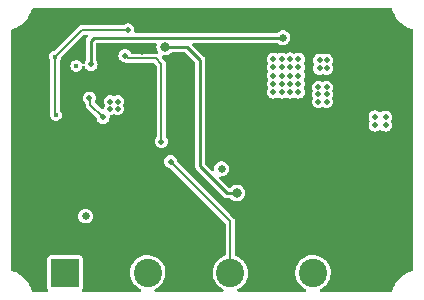
<source format=gbr>
%TF.GenerationSoftware,KiCad,Pcbnew,6.0.11+dfsg-1~bpo11+1*%
%TF.CreationDate,2023-08-28T18:41:00-05:00*%
%TF.ProjectId,Gauntl33tVoltageRegulator,4761756e-746c-4333-9374-566f6c746167,rev?*%
%TF.SameCoordinates,Original*%
%TF.FileFunction,Copper,L3,Inr*%
%TF.FilePolarity,Positive*%
%FSLAX46Y46*%
G04 Gerber Fmt 4.6, Leading zero omitted, Abs format (unit mm)*
G04 Created by KiCad (PCBNEW 6.0.11+dfsg-1~bpo11+1) date 2023-08-28 18:41:00*
%MOMM*%
%LPD*%
G01*
G04 APERTURE LIST*
%TA.AperFunction,ComponentPad*%
%ADD10R,2.400000X2.400000*%
%TD*%
%TA.AperFunction,ComponentPad*%
%ADD11C,2.400000*%
%TD*%
%TA.AperFunction,ViaPad*%
%ADD12C,0.800000*%
%TD*%
%TA.AperFunction,ViaPad*%
%ADD13C,0.650000*%
%TD*%
%TA.AperFunction,ViaPad*%
%ADD14C,0.500000*%
%TD*%
%TA.AperFunction,ViaPad*%
%ADD15C,0.400000*%
%TD*%
%TA.AperFunction,Conductor*%
%ADD16C,0.250000*%
%TD*%
%TA.AperFunction,Conductor*%
%ADD17C,0.200000*%
%TD*%
G04 APERTURE END LIST*
D10*
%TO.N,Net-(F2-Pad1)*%
%TO.C,J1*%
X122050000Y-128900000D03*
D11*
%TO.N,GND*%
X125550000Y-128900000D03*
%TO.N,Net-(F1-Pad1)*%
X129050000Y-128900000D03*
%TO.N,GND*%
X132550000Y-128900000D03*
%TO.N,Net-(J1-Pad5)*%
X136050000Y-128900000D03*
%TO.N,GND*%
X139550000Y-128900000D03*
%TO.N,/5V*%
X143050000Y-128900000D03*
%TO.N,GND*%
X146550000Y-128900000D03*
%TD*%
D12*
%TO.N,/5V*%
X130500000Y-109800000D03*
X136600000Y-122162500D03*
D13*
%TO.N,/+20V*%
X123800000Y-124100000D03*
D14*
X126500000Y-114400000D03*
D13*
X135300000Y-120100000D03*
D14*
X125265498Y-115734502D03*
X126500000Y-115000000D03*
X125900000Y-115000000D03*
X125900000Y-114400000D03*
X124100000Y-114100000D03*
D15*
%TO.N,/5V*%
X123005000Y-111390000D03*
D14*
%TO.N,GND*%
X134700000Y-118500000D03*
X150100000Y-122800000D03*
X126500000Y-112500000D03*
X132400000Y-118900000D03*
X128000000Y-122400000D03*
X146000000Y-112100000D03*
X128700000Y-121700000D03*
X150100000Y-123400000D03*
X145000000Y-121600000D03*
X128000000Y-118600000D03*
X128700000Y-120000000D03*
X146700000Y-114500000D03*
X146600000Y-110900000D03*
X127262000Y-112760000D03*
X150700000Y-121600000D03*
X150700000Y-122800000D03*
X118800000Y-109300000D03*
X127900000Y-113400000D03*
X146000000Y-114500000D03*
X145400000Y-113300000D03*
X126500000Y-113500000D03*
X145600000Y-121000000D03*
X145000000Y-122200000D03*
X145000000Y-119800000D03*
X129400000Y-122400000D03*
X140100000Y-122000000D03*
X129400000Y-120700000D03*
X129400000Y-120000000D03*
X125900000Y-112500000D03*
X132400000Y-119600000D03*
X139700000Y-124400000D03*
X127900000Y-114600000D03*
X145400000Y-114500000D03*
X146000000Y-113900000D03*
X150700000Y-123400000D03*
X127900000Y-115200000D03*
X138200000Y-122100000D03*
X128600000Y-110200000D03*
X125900000Y-113500000D03*
X146000000Y-110900000D03*
X128700000Y-122400000D03*
X145600000Y-122200000D03*
X129400000Y-119300000D03*
X129400000Y-121700000D03*
X145600000Y-120400000D03*
X150700000Y-118600000D03*
X120100000Y-113300000D03*
X145000000Y-121000000D03*
X122300000Y-110600000D03*
X137000000Y-124500000D03*
X134700000Y-119200000D03*
X145600000Y-119800000D03*
X128000000Y-121700000D03*
X125900000Y-113000000D03*
X128700000Y-120700000D03*
X145000000Y-119200000D03*
X127900000Y-114000000D03*
X128000000Y-120000000D03*
X140100000Y-120200000D03*
X129400000Y-118600000D03*
X139000000Y-122100000D03*
X146600000Y-111500000D03*
X146600000Y-113900000D03*
X128000000Y-120700000D03*
X136000000Y-123200000D03*
X146000000Y-113300000D03*
X145000000Y-118600000D03*
X150700000Y-119200000D03*
X136300000Y-124000000D03*
X128000000Y-123100000D03*
X146600000Y-112100000D03*
X143100000Y-124400000D03*
X128700000Y-118600000D03*
X132100000Y-122300000D03*
X124200000Y-106800000D03*
X132100000Y-123000000D03*
X146000000Y-111500000D03*
X127300000Y-114000000D03*
X146600000Y-113300000D03*
X145000000Y-120400000D03*
X150700000Y-120400000D03*
X145600000Y-118600000D03*
X127300000Y-115200000D03*
D12*
X119000000Y-129000000D03*
D14*
X129400000Y-123100000D03*
X128700000Y-123100000D03*
X145600000Y-122800000D03*
X145400000Y-110900000D03*
X145000000Y-123400000D03*
X145400000Y-113900000D03*
X145400000Y-112100000D03*
X122600000Y-107900000D03*
D12*
X118000000Y-128000000D03*
D14*
X127300000Y-114600000D03*
X122200000Y-114000000D03*
X128700000Y-119300000D03*
X128000000Y-119300000D03*
X145400000Y-111500000D03*
X150700000Y-122200000D03*
X150700000Y-121000000D03*
X121800000Y-116900000D03*
X150700000Y-119800000D03*
X127300000Y-113400000D03*
X145600000Y-121600000D03*
X145600000Y-119200000D03*
X126500000Y-113000000D03*
X145000000Y-122800000D03*
%TO.N,/PGOOD*%
X130200000Y-117800000D03*
X127121588Y-110521588D03*
D15*
%TO.N,/5V*%
X121215000Y-110610000D03*
X121275000Y-115520000D03*
D14*
X127367500Y-108332061D03*
%TO.N,/Vreg*%
X141100000Y-113600000D03*
X139700000Y-113600000D03*
X139700000Y-112200000D03*
X141800000Y-113600000D03*
X143600000Y-110900000D03*
X140400000Y-112900000D03*
X140400000Y-110800000D03*
X141800000Y-110800000D03*
X139700000Y-110800000D03*
X141800000Y-112900000D03*
X140400000Y-111500000D03*
X141800000Y-112200000D03*
X144200000Y-114400000D03*
X143500000Y-114400000D03*
X141100000Y-111500000D03*
X143500000Y-113200000D03*
D13*
X140500000Y-109000000D03*
D14*
X139700000Y-111500000D03*
X143600000Y-111600000D03*
X144200000Y-110900000D03*
X140400000Y-113600000D03*
X124246000Y-111254000D03*
X144200000Y-113200000D03*
X143500000Y-113800000D03*
X144200000Y-111600000D03*
X144200000Y-113800000D03*
X140400000Y-112200000D03*
X141100000Y-110800000D03*
X139700000Y-112900000D03*
X141100000Y-112900000D03*
X141100000Y-112200000D03*
X141800000Y-111500000D03*
%TO.N,Net-(F1-Pad1)*%
X149200000Y-115700000D03*
X148300000Y-116400000D03*
X149200000Y-116400000D03*
X148300000Y-115700000D03*
%TO.N,Net-(J1-Pad5)*%
X131000000Y-119500000D03*
%TD*%
D16*
%TO.N,/5V*%
X132400000Y-109800000D02*
X130500000Y-109800000D01*
X136600000Y-122162500D02*
X135762500Y-122162500D01*
X133500000Y-119900000D02*
X133500000Y-110900000D01*
X135762500Y-122162500D02*
X133500000Y-119900000D01*
X132800000Y-110200000D02*
X132400000Y-109800000D01*
X133500000Y-110900000D02*
X132800000Y-110200000D01*
D17*
%TO.N,/+20V*%
X124200000Y-114669004D02*
X125265498Y-115734502D01*
X124200000Y-114000000D02*
X124200000Y-114669004D01*
%TO.N,/PGOOD*%
X130200000Y-111200000D02*
X130200000Y-117800000D01*
X127350000Y-110750000D02*
X129750000Y-110750000D01*
X129750000Y-110750000D02*
X130200000Y-111200000D01*
X127121588Y-110521588D02*
X127350000Y-110750000D01*
%TO.N,/5V*%
X121215000Y-115460000D02*
X121275000Y-115520000D01*
X121215000Y-110610000D02*
X121215000Y-115460000D01*
X123492939Y-108332061D02*
X121215000Y-110610000D01*
X127367500Y-108332061D02*
X123492939Y-108332061D01*
D16*
%TO.N,/Vreg*%
X124500000Y-109000000D02*
X124223161Y-109276839D01*
X140500000Y-109000000D02*
X124500000Y-109000000D01*
X124223161Y-109276839D02*
X124223161Y-111238880D01*
D17*
%TO.N,Net-(J1-Pad5)*%
X131000000Y-119500000D02*
X136050000Y-124550000D01*
X136050000Y-124550000D02*
X136050000Y-128900000D01*
%TD*%
%TA.AperFunction,Conductor*%
%TO.N,GND*%
G36*
X149721610Y-106520002D02*
G01*
X149768103Y-106573658D01*
X149773784Y-106588515D01*
X149845063Y-106817260D01*
X149959285Y-107071050D01*
X150103265Y-107309222D01*
X150105606Y-107312210D01*
X150105608Y-107312213D01*
X150272551Y-107525299D01*
X150274904Y-107528302D01*
X150471698Y-107725096D01*
X150474698Y-107727447D01*
X150474701Y-107727449D01*
X150628624Y-107848040D01*
X150690778Y-107896735D01*
X150694032Y-107898702D01*
X150925689Y-108038744D01*
X150925693Y-108038746D01*
X150928950Y-108040715D01*
X150959437Y-108054436D01*
X151179264Y-108153373D01*
X151179270Y-108153375D01*
X151182740Y-108154937D01*
X151186376Y-108156070D01*
X151411485Y-108226216D01*
X151470571Y-108265578D01*
X151498996Y-108330636D01*
X151500000Y-108346511D01*
X151500000Y-128653489D01*
X151479998Y-128721610D01*
X151426342Y-128768103D01*
X151411485Y-128773784D01*
X151182740Y-128845063D01*
X151179270Y-128846625D01*
X151179264Y-128846627D01*
X151142410Y-128863214D01*
X150928950Y-128959285D01*
X150925693Y-128961254D01*
X150925689Y-128961256D01*
X150773950Y-129052986D01*
X150690778Y-129103265D01*
X150687790Y-129105606D01*
X150687787Y-129105608D01*
X150474701Y-129272551D01*
X150471698Y-129274904D01*
X150274904Y-129471698D01*
X150272553Y-129474698D01*
X150272551Y-129474701D01*
X150115264Y-129675463D01*
X150103265Y-129690778D01*
X150101298Y-129694032D01*
X149989188Y-129879485D01*
X149959285Y-129928950D01*
X149906446Y-130046353D01*
X149846750Y-130178992D01*
X149845063Y-130182740D01*
X149814461Y-130280945D01*
X149773784Y-130411485D01*
X149734422Y-130470571D01*
X149669364Y-130498996D01*
X149653489Y-130500000D01*
X143738475Y-130500000D01*
X143670354Y-130479998D01*
X143623861Y-130426342D01*
X143613757Y-130356068D01*
X143643251Y-130291488D01*
X143683043Y-130260849D01*
X143816303Y-130195566D01*
X143816308Y-130195563D01*
X143820954Y-130193287D01*
X143825164Y-130190284D01*
X143825169Y-130190281D01*
X144017617Y-130053009D01*
X144017622Y-130053005D01*
X144021829Y-130050004D01*
X144196605Y-129875837D01*
X144340588Y-129675463D01*
X144449911Y-129454264D01*
X144505120Y-129272551D01*
X144520135Y-129223132D01*
X144520136Y-129223126D01*
X144521639Y-129218180D01*
X144553845Y-128973550D01*
X144555643Y-128900000D01*
X144542030Y-128734422D01*
X144535849Y-128659240D01*
X144535848Y-128659234D01*
X144535425Y-128654089D01*
X144475316Y-128414783D01*
X144376928Y-128188507D01*
X144242905Y-127981339D01*
X144216635Y-127952468D01*
X144190243Y-127923464D01*
X144076846Y-127798842D01*
X144072795Y-127795643D01*
X144072791Y-127795639D01*
X143887264Y-127649119D01*
X143887259Y-127649116D01*
X143883210Y-127645918D01*
X143878694Y-127643425D01*
X143878691Y-127643423D01*
X143671722Y-127529170D01*
X143671718Y-127529168D01*
X143667198Y-127526673D01*
X143662329Y-127524949D01*
X143662325Y-127524947D01*
X143439485Y-127446035D01*
X143439481Y-127446034D01*
X143434610Y-127444309D01*
X143429517Y-127443402D01*
X143429514Y-127443401D01*
X143196783Y-127401945D01*
X143196777Y-127401944D01*
X143191694Y-127401039D01*
X143112324Y-127400069D01*
X142950142Y-127398088D01*
X142950140Y-127398088D01*
X142944972Y-127398025D01*
X142701070Y-127435347D01*
X142466540Y-127512003D01*
X142380153Y-127556973D01*
X142257144Y-127621008D01*
X142247679Y-127625935D01*
X142243546Y-127629038D01*
X142243543Y-127629040D01*
X142054499Y-127770978D01*
X142050364Y-127774083D01*
X141879896Y-127952468D01*
X141876982Y-127956740D01*
X141876981Y-127956741D01*
X141857238Y-127985683D01*
X141740851Y-128156300D01*
X141636965Y-128380104D01*
X141571026Y-128617871D01*
X141544806Y-128863214D01*
X141559010Y-129109545D01*
X141560147Y-129114591D01*
X141560148Y-129114597D01*
X141582336Y-129213051D01*
X141613255Y-129350249D01*
X141706084Y-129578861D01*
X141835006Y-129789241D01*
X141996557Y-129975741D01*
X142186399Y-130133351D01*
X142199342Y-130140914D01*
X142394967Y-130255229D01*
X142394974Y-130255232D01*
X142399433Y-130257838D01*
X142404262Y-130259682D01*
X142405698Y-130260370D01*
X142458488Y-130307844D01*
X142477232Y-130376321D01*
X142455978Y-130444062D01*
X142401475Y-130489558D01*
X142351253Y-130500000D01*
X136738475Y-130500000D01*
X136670354Y-130479998D01*
X136623861Y-130426342D01*
X136613757Y-130356068D01*
X136643251Y-130291488D01*
X136683043Y-130260849D01*
X136816303Y-130195566D01*
X136816308Y-130195563D01*
X136820954Y-130193287D01*
X136825164Y-130190284D01*
X136825169Y-130190281D01*
X137017617Y-130053009D01*
X137017622Y-130053005D01*
X137021829Y-130050004D01*
X137196605Y-129875837D01*
X137340588Y-129675463D01*
X137449911Y-129454264D01*
X137505120Y-129272551D01*
X137520135Y-129223132D01*
X137520136Y-129223126D01*
X137521639Y-129218180D01*
X137553845Y-128973550D01*
X137555643Y-128900000D01*
X137542030Y-128734422D01*
X137535849Y-128659240D01*
X137535848Y-128659234D01*
X137535425Y-128654089D01*
X137475316Y-128414783D01*
X137376928Y-128188507D01*
X137242905Y-127981339D01*
X137216635Y-127952468D01*
X137190243Y-127923464D01*
X137076846Y-127798842D01*
X137072795Y-127795643D01*
X137072791Y-127795639D01*
X136887264Y-127649119D01*
X136887259Y-127649116D01*
X136883210Y-127645918D01*
X136878694Y-127643425D01*
X136878691Y-127643423D01*
X136671722Y-127529170D01*
X136671718Y-127529168D01*
X136667198Y-127526673D01*
X136662329Y-127524949D01*
X136662325Y-127524947D01*
X136579509Y-127495621D01*
X136534439Y-127479661D01*
X136476904Y-127438067D01*
X136450988Y-127371969D01*
X136450500Y-127360888D01*
X136450500Y-124518481D01*
X136450499Y-124518475D01*
X136450499Y-124486567D01*
X136447436Y-124477140D01*
X136447435Y-124477133D01*
X136443703Y-124465647D01*
X136439089Y-124446427D01*
X136437199Y-124434493D01*
X136437197Y-124434485D01*
X136435646Y-124424696D01*
X136431146Y-124415865D01*
X136431145Y-124415861D01*
X136425658Y-124405093D01*
X136418094Y-124386832D01*
X136411296Y-124365910D01*
X136398368Y-124348116D01*
X136388038Y-124331259D01*
X136382552Y-124320493D01*
X136382551Y-124320492D01*
X136378050Y-124311658D01*
X136288342Y-124221950D01*
X131583805Y-119517412D01*
X131549779Y-119455100D01*
X131547978Y-119444764D01*
X131537408Y-119364480D01*
X131536330Y-119356291D01*
X131480861Y-119222375D01*
X131392621Y-119107379D01*
X131277625Y-119019139D01*
X131143709Y-118963670D01*
X131000000Y-118944750D01*
X130856291Y-118963670D01*
X130722375Y-119019139D01*
X130607379Y-119107379D01*
X130519139Y-119222375D01*
X130463670Y-119356291D01*
X130444750Y-119500000D01*
X130463670Y-119643709D01*
X130519139Y-119777625D01*
X130607379Y-119892621D01*
X130722375Y-119980861D01*
X130856291Y-120036330D01*
X130944765Y-120047978D01*
X131009691Y-120076701D01*
X131017412Y-120083805D01*
X135612595Y-124678987D01*
X135646621Y-124741299D01*
X135649500Y-124768082D01*
X135649500Y-127360826D01*
X135629498Y-127428947D01*
X135575842Y-127475440D01*
X135562645Y-127480591D01*
X135523282Y-127493457D01*
X135466540Y-127512003D01*
X135380153Y-127556973D01*
X135257144Y-127621008D01*
X135247679Y-127625935D01*
X135243546Y-127629038D01*
X135243543Y-127629040D01*
X135054499Y-127770978D01*
X135050364Y-127774083D01*
X134879896Y-127952468D01*
X134876982Y-127956740D01*
X134876981Y-127956741D01*
X134857238Y-127985683D01*
X134740851Y-128156300D01*
X134636965Y-128380104D01*
X134571026Y-128617871D01*
X134544806Y-128863214D01*
X134559010Y-129109545D01*
X134560147Y-129114591D01*
X134560148Y-129114597D01*
X134582336Y-129213051D01*
X134613255Y-129350249D01*
X134706084Y-129578861D01*
X134835006Y-129789241D01*
X134996557Y-129975741D01*
X135186399Y-130133351D01*
X135199342Y-130140914D01*
X135394967Y-130255229D01*
X135394974Y-130255232D01*
X135399433Y-130257838D01*
X135404262Y-130259682D01*
X135405698Y-130260370D01*
X135458488Y-130307844D01*
X135477232Y-130376321D01*
X135455978Y-130444062D01*
X135401475Y-130489558D01*
X135351253Y-130500000D01*
X129738475Y-130500000D01*
X129670354Y-130479998D01*
X129623861Y-130426342D01*
X129613757Y-130356068D01*
X129643251Y-130291488D01*
X129683043Y-130260849D01*
X129816303Y-130195566D01*
X129816308Y-130195563D01*
X129820954Y-130193287D01*
X129825164Y-130190284D01*
X129825169Y-130190281D01*
X130017617Y-130053009D01*
X130017622Y-130053005D01*
X130021829Y-130050004D01*
X130196605Y-129875837D01*
X130340588Y-129675463D01*
X130449911Y-129454264D01*
X130505120Y-129272551D01*
X130520135Y-129223132D01*
X130520136Y-129223126D01*
X130521639Y-129218180D01*
X130553845Y-128973550D01*
X130555643Y-128900000D01*
X130542030Y-128734422D01*
X130535849Y-128659240D01*
X130535848Y-128659234D01*
X130535425Y-128654089D01*
X130475316Y-128414783D01*
X130376928Y-128188507D01*
X130242905Y-127981339D01*
X130216635Y-127952468D01*
X130190243Y-127923464D01*
X130076846Y-127798842D01*
X130072795Y-127795643D01*
X130072791Y-127795639D01*
X129887264Y-127649119D01*
X129887259Y-127649116D01*
X129883210Y-127645918D01*
X129878694Y-127643425D01*
X129878691Y-127643423D01*
X129671722Y-127529170D01*
X129671718Y-127529168D01*
X129667198Y-127526673D01*
X129662329Y-127524949D01*
X129662325Y-127524947D01*
X129439485Y-127446035D01*
X129439481Y-127446034D01*
X129434610Y-127444309D01*
X129429517Y-127443402D01*
X129429514Y-127443401D01*
X129196783Y-127401945D01*
X129196777Y-127401944D01*
X129191694Y-127401039D01*
X129112324Y-127400069D01*
X128950142Y-127398088D01*
X128950140Y-127398088D01*
X128944972Y-127398025D01*
X128701070Y-127435347D01*
X128466540Y-127512003D01*
X128380153Y-127556973D01*
X128257144Y-127621008D01*
X128247679Y-127625935D01*
X128243546Y-127629038D01*
X128243543Y-127629040D01*
X128054499Y-127770978D01*
X128050364Y-127774083D01*
X127879896Y-127952468D01*
X127876982Y-127956740D01*
X127876981Y-127956741D01*
X127857238Y-127985683D01*
X127740851Y-128156300D01*
X127636965Y-128380104D01*
X127571026Y-128617871D01*
X127544806Y-128863214D01*
X127559010Y-129109545D01*
X127560147Y-129114591D01*
X127560148Y-129114597D01*
X127582336Y-129213051D01*
X127613255Y-129350249D01*
X127706084Y-129578861D01*
X127835006Y-129789241D01*
X127996557Y-129975741D01*
X128186399Y-130133351D01*
X128199342Y-130140914D01*
X128394967Y-130255229D01*
X128394974Y-130255232D01*
X128399433Y-130257838D01*
X128404262Y-130259682D01*
X128405698Y-130260370D01*
X128458488Y-130307844D01*
X128477232Y-130376321D01*
X128455978Y-130444062D01*
X128401475Y-130489558D01*
X128351253Y-130500000D01*
X123579166Y-130500000D01*
X123511045Y-130479998D01*
X123464552Y-130426342D01*
X123454448Y-130356068D01*
X123483942Y-130291488D01*
X123489994Y-130284981D01*
X123494024Y-130280945D01*
X123494025Y-130280943D01*
X123502241Y-130272713D01*
X123507487Y-130260849D01*
X123543675Y-130178992D01*
X123547506Y-130170327D01*
X123550500Y-130144646D01*
X123550500Y-127655354D01*
X123547382Y-127629154D01*
X123501939Y-127526847D01*
X123489464Y-127514393D01*
X123430945Y-127455977D01*
X123422713Y-127447759D01*
X123412076Y-127443056D01*
X123412074Y-127443055D01*
X123352538Y-127416735D01*
X123320327Y-127402494D01*
X123294646Y-127399500D01*
X120805354Y-127399500D01*
X120801650Y-127399941D01*
X120801647Y-127399941D01*
X120794254Y-127400821D01*
X120779154Y-127402618D01*
X120770514Y-127406456D01*
X120770513Y-127406456D01*
X120688117Y-127443055D01*
X120676847Y-127448061D01*
X120597759Y-127527287D01*
X120552494Y-127629673D01*
X120549500Y-127655354D01*
X120549500Y-130144646D01*
X120552618Y-130170846D01*
X120598061Y-130273153D01*
X120606295Y-130281373D01*
X120606296Y-130281374D01*
X120609756Y-130284828D01*
X120643835Y-130347111D01*
X120638830Y-130417931D01*
X120596332Y-130474804D01*
X120529833Y-130499671D01*
X120520737Y-130500000D01*
X119346511Y-130500000D01*
X119278390Y-130479998D01*
X119231897Y-130426342D01*
X119226216Y-130411485D01*
X119185539Y-130280945D01*
X119154937Y-130182740D01*
X119153251Y-130178992D01*
X119093554Y-130046353D01*
X119040715Y-129928950D01*
X119010813Y-129879485D01*
X118898702Y-129694032D01*
X118896735Y-129690778D01*
X118884737Y-129675463D01*
X118727449Y-129474701D01*
X118727447Y-129474698D01*
X118725096Y-129471698D01*
X118528302Y-129274904D01*
X118525299Y-129272551D01*
X118312213Y-129105608D01*
X118312210Y-129105606D01*
X118309222Y-129103265D01*
X118226050Y-129052986D01*
X118074311Y-128961256D01*
X118074307Y-128961254D01*
X118071050Y-128959285D01*
X117857590Y-128863214D01*
X117820736Y-128846627D01*
X117820730Y-128846625D01*
X117817260Y-128845063D01*
X117588515Y-128773784D01*
X117529429Y-128734422D01*
X117501004Y-128669364D01*
X117500000Y-128653489D01*
X117500000Y-124093402D01*
X123169941Y-124093402D01*
X123186554Y-124243883D01*
X123238582Y-124386057D01*
X123242819Y-124392363D01*
X123242821Y-124392366D01*
X123271130Y-124434493D01*
X123323022Y-124511716D01*
X123434998Y-124613607D01*
X123441675Y-124617232D01*
X123441676Y-124617233D01*
X123561370Y-124682222D01*
X123561372Y-124682223D01*
X123568047Y-124685847D01*
X123575396Y-124687775D01*
X123707136Y-124722336D01*
X123707138Y-124722336D01*
X123714486Y-124724264D01*
X123794562Y-124725522D01*
X123858266Y-124726523D01*
X123858269Y-124726523D01*
X123865863Y-124726642D01*
X124013437Y-124692843D01*
X124080731Y-124658998D01*
X124141906Y-124628231D01*
X124141909Y-124628229D01*
X124148689Y-124624819D01*
X124263810Y-124526495D01*
X124352156Y-124403550D01*
X124408624Y-124263080D01*
X124429956Y-124113196D01*
X124430094Y-124100000D01*
X124411906Y-123949701D01*
X124358392Y-123808080D01*
X124272640Y-123683311D01*
X124159603Y-123582599D01*
X124152897Y-123579048D01*
X124152895Y-123579047D01*
X124092704Y-123547178D01*
X124025805Y-123511757D01*
X123878972Y-123474874D01*
X123871374Y-123474834D01*
X123871372Y-123474834D01*
X123806775Y-123474496D01*
X123727579Y-123474082D01*
X123720200Y-123475854D01*
X123720196Y-123475854D01*
X123587746Y-123507652D01*
X123587742Y-123507653D01*
X123580367Y-123509424D01*
X123445835Y-123578861D01*
X123440113Y-123583853D01*
X123440111Y-123583854D01*
X123337474Y-123673390D01*
X123337471Y-123673393D01*
X123331749Y-123678385D01*
X123244696Y-123802249D01*
X123189702Y-123943302D01*
X123169941Y-124093402D01*
X117500000Y-124093402D01*
X117500000Y-110603823D01*
X120709391Y-110603823D01*
X120710555Y-110612725D01*
X120710555Y-110612728D01*
X120718685Y-110674901D01*
X120727980Y-110745979D01*
X120785720Y-110877203D01*
X120791495Y-110884073D01*
X120795471Y-110890461D01*
X120814500Y-110957043D01*
X120814500Y-115294955D01*
X120802555Y-115348504D01*
X120791447Y-115372163D01*
X120769391Y-115513823D01*
X120770555Y-115522725D01*
X120770555Y-115522728D01*
X120773946Y-115548660D01*
X120787980Y-115655979D01*
X120845720Y-115787203D01*
X120851497Y-115794076D01*
X120851498Y-115794077D01*
X120915336Y-115870022D01*
X120937970Y-115896948D01*
X121057313Y-115976390D01*
X121194157Y-116019142D01*
X121203129Y-116019306D01*
X121203132Y-116019307D01*
X121268463Y-116020504D01*
X121337499Y-116021770D01*
X121346533Y-116019307D01*
X121467158Y-115986421D01*
X121467160Y-115986420D01*
X121475817Y-115984060D01*
X121597991Y-115909045D01*
X121694200Y-115802754D01*
X121756710Y-115673733D01*
X121780496Y-115532354D01*
X121780647Y-115520000D01*
X121763125Y-115397647D01*
X121761596Y-115386968D01*
X121761595Y-115386965D01*
X121760323Y-115378082D01*
X121700984Y-115247572D01*
X121646047Y-115183814D01*
X121616733Y-115119153D01*
X121615500Y-115101567D01*
X121615500Y-114100000D01*
X123544750Y-114100000D01*
X123563670Y-114243709D01*
X123619139Y-114377625D01*
X123707379Y-114492621D01*
X123713929Y-114497647D01*
X123750204Y-114525482D01*
X123792071Y-114582820D01*
X123799500Y-114625444D01*
X123799500Y-114732437D01*
X123802564Y-114741868D01*
X123802565Y-114741872D01*
X123806297Y-114753357D01*
X123810913Y-114772582D01*
X123814354Y-114794308D01*
X123818855Y-114803141D01*
X123818856Y-114803145D01*
X123824341Y-114813910D01*
X123831905Y-114832170D01*
X123838704Y-114853094D01*
X123851639Y-114870897D01*
X123861965Y-114887749D01*
X123871950Y-114907346D01*
X123894513Y-114929909D01*
X123894516Y-114929913D01*
X124681693Y-115717090D01*
X124715719Y-115779402D01*
X124717519Y-115789734D01*
X124729168Y-115878211D01*
X124784637Y-116012127D01*
X124872877Y-116127123D01*
X124987873Y-116215363D01*
X125121789Y-116270832D01*
X125265498Y-116289752D01*
X125409207Y-116270832D01*
X125543123Y-116215363D01*
X125658119Y-116127123D01*
X125746359Y-116012127D01*
X125801828Y-115878211D01*
X125820748Y-115734502D01*
X125815348Y-115693482D01*
X125826288Y-115623333D01*
X125873416Y-115570235D01*
X125923823Y-115552114D01*
X126019403Y-115539530D01*
X126043709Y-115536330D01*
X126151783Y-115491565D01*
X126222372Y-115483976D01*
X126248215Y-115491564D01*
X126356291Y-115536330D01*
X126500000Y-115555250D01*
X126643709Y-115536330D01*
X126777625Y-115480861D01*
X126892621Y-115392621D01*
X126980861Y-115277625D01*
X127036330Y-115143709D01*
X127055250Y-115000000D01*
X127036330Y-114856291D01*
X126991565Y-114748217D01*
X126983976Y-114677628D01*
X126991565Y-114651782D01*
X127002475Y-114625444D01*
X127036330Y-114543709D01*
X127055250Y-114400000D01*
X127036330Y-114256291D01*
X126980861Y-114122375D01*
X126892621Y-114007379D01*
X126777625Y-113919139D01*
X126643709Y-113863670D01*
X126500000Y-113844750D01*
X126356291Y-113863670D01*
X126248217Y-113908435D01*
X126177628Y-113916024D01*
X126151785Y-113908436D01*
X126043709Y-113863670D01*
X125900000Y-113844750D01*
X125756291Y-113863670D01*
X125622375Y-113919139D01*
X125507379Y-114007379D01*
X125419139Y-114122375D01*
X125363670Y-114256291D01*
X125344750Y-114400000D01*
X125363670Y-114543709D01*
X125397526Y-114625444D01*
X125408435Y-114651782D01*
X125416024Y-114722372D01*
X125408436Y-114748215D01*
X125363670Y-114856291D01*
X125350784Y-114954172D01*
X125349323Y-114965268D01*
X125320601Y-115030195D01*
X125261336Y-115069287D01*
X125190344Y-115070132D01*
X125135306Y-115037917D01*
X124637405Y-114540016D01*
X124603379Y-114477704D01*
X124600500Y-114450921D01*
X124600500Y-114355274D01*
X124610091Y-114307057D01*
X124633171Y-114251337D01*
X124633172Y-114251333D01*
X124636330Y-114243709D01*
X124655250Y-114100000D01*
X124636330Y-113956291D01*
X124580861Y-113822375D01*
X124492621Y-113707379D01*
X124377625Y-113619139D01*
X124243709Y-113563670D01*
X124100000Y-113544750D01*
X123956291Y-113563670D01*
X123822375Y-113619139D01*
X123707379Y-113707379D01*
X123619139Y-113822375D01*
X123563670Y-113956291D01*
X123544750Y-114100000D01*
X121615500Y-114100000D01*
X121615500Y-110956724D01*
X121634946Y-110893116D01*
X121634200Y-110892754D01*
X121634656Y-110891812D01*
X121676345Y-110805766D01*
X121692795Y-110771814D01*
X121692795Y-110771813D01*
X121696710Y-110763733D01*
X121703996Y-110720428D01*
X121739155Y-110652238D01*
X123621926Y-108769466D01*
X123684238Y-108735441D01*
X123711021Y-108732561D01*
X123861501Y-108732561D01*
X123929622Y-108752563D01*
X123976115Y-108806219D01*
X123986219Y-108876493D01*
X123956725Y-108941073D01*
X123950596Y-108947656D01*
X123874633Y-109023619D01*
X123863738Y-109045002D01*
X123853414Y-109061848D01*
X123839312Y-109081258D01*
X123836248Y-109090689D01*
X123836246Y-109090692D01*
X123831897Y-109104076D01*
X123824333Y-109122337D01*
X123813442Y-109143713D01*
X123810375Y-109163080D01*
X123809689Y-109167409D01*
X123805075Y-109186629D01*
X123797661Y-109209446D01*
X123797661Y-110891220D01*
X123777659Y-110959341D01*
X123771623Y-110967925D01*
X123765139Y-110976375D01*
X123709670Y-111110291D01*
X123707647Y-111125658D01*
X123703800Y-111154875D01*
X123675077Y-111219802D01*
X123615811Y-111258893D01*
X123544819Y-111259737D01*
X123484641Y-111222066D01*
X123464177Y-111190577D01*
X123462735Y-111187404D01*
X123447945Y-111154875D01*
X123434702Y-111125748D01*
X123434700Y-111125745D01*
X123430984Y-111117572D01*
X123402475Y-111084486D01*
X123343260Y-111015763D01*
X123343257Y-111015760D01*
X123337400Y-111008963D01*
X123217095Y-110930985D01*
X123079739Y-110889907D01*
X123070763Y-110889852D01*
X123070762Y-110889852D01*
X123010555Y-110889484D01*
X122936376Y-110889031D01*
X122798529Y-110928428D01*
X122677280Y-111004930D01*
X122582377Y-111112388D01*
X122521447Y-111242163D01*
X122518842Y-111258893D01*
X122502183Y-111365892D01*
X122499391Y-111383823D01*
X122500555Y-111392725D01*
X122500555Y-111392728D01*
X122503871Y-111418083D01*
X122517980Y-111525979D01*
X122575720Y-111657203D01*
X122581497Y-111664076D01*
X122581498Y-111664077D01*
X122588792Y-111672754D01*
X122667970Y-111766948D01*
X122787313Y-111846390D01*
X122924157Y-111889142D01*
X122933129Y-111889306D01*
X122933132Y-111889307D01*
X122998463Y-111890504D01*
X123067499Y-111891770D01*
X123076533Y-111889307D01*
X123197158Y-111856421D01*
X123197160Y-111856420D01*
X123205817Y-111854060D01*
X123327991Y-111779045D01*
X123424200Y-111672754D01*
X123486710Y-111543733D01*
X123495800Y-111489705D01*
X123526828Y-111425848D01*
X123587454Y-111388901D01*
X123658430Y-111390597D01*
X123717222Y-111430397D01*
X123736463Y-111462394D01*
X123765139Y-111531625D01*
X123853379Y-111646621D01*
X123968375Y-111734861D01*
X124102291Y-111790330D01*
X124246000Y-111809250D01*
X124389709Y-111790330D01*
X124523625Y-111734861D01*
X124638621Y-111646621D01*
X124726861Y-111531625D01*
X124782330Y-111397709D01*
X124801250Y-111254000D01*
X124782330Y-111110291D01*
X124726861Y-110976375D01*
X124674697Y-110908394D01*
X124649098Y-110842176D01*
X124648661Y-110831692D01*
X124648661Y-109551500D01*
X124668663Y-109483379D01*
X124722319Y-109436886D01*
X124774661Y-109425500D01*
X129709753Y-109425500D01*
X129777874Y-109445502D01*
X129824367Y-109499158D01*
X129834471Y-109569432D01*
X129827147Y-109597266D01*
X129816524Y-109624513D01*
X129794394Y-109792611D01*
X129812999Y-109961135D01*
X129821827Y-109985258D01*
X129867129Y-110109050D01*
X129871266Y-110120356D01*
X129875499Y-110126656D01*
X129875504Y-110126665D01*
X129893352Y-110153225D01*
X129914744Y-110220922D01*
X129896139Y-110289438D01*
X129843446Y-110337019D01*
X129788770Y-110349500D01*
X127730354Y-110349500D01*
X127662233Y-110329498D01*
X127613945Y-110271718D01*
X127605609Y-110251592D01*
X127602449Y-110243963D01*
X127587845Y-110224930D01*
X127519235Y-110135517D01*
X127514209Y-110128967D01*
X127399213Y-110040727D01*
X127265297Y-109985258D01*
X127121588Y-109966338D01*
X126977879Y-109985258D01*
X126843963Y-110040727D01*
X126728967Y-110128967D01*
X126640727Y-110243963D01*
X126585258Y-110377879D01*
X126566338Y-110521588D01*
X126585258Y-110665297D01*
X126640727Y-110799213D01*
X126728967Y-110914209D01*
X126843963Y-111002449D01*
X126977879Y-111057918D01*
X127083527Y-111071827D01*
X127124289Y-111084486D01*
X127131265Y-111088041D01*
X127148116Y-111098368D01*
X127165910Y-111111296D01*
X127186832Y-111118094D01*
X127205093Y-111125658D01*
X127215861Y-111131145D01*
X127215865Y-111131146D01*
X127224696Y-111135646D01*
X127234485Y-111137197D01*
X127234493Y-111137199D01*
X127246427Y-111139089D01*
X127265647Y-111143703D01*
X127277133Y-111147435D01*
X127277140Y-111147436D01*
X127286567Y-111150499D01*
X127318477Y-111150499D01*
X127318481Y-111150500D01*
X129531916Y-111150500D01*
X129600037Y-111170502D01*
X129621011Y-111187404D01*
X129762595Y-111328987D01*
X129796620Y-111391299D01*
X129799500Y-111418083D01*
X129799500Y-117374876D01*
X129779498Y-117442997D01*
X129773462Y-117451580D01*
X129719139Y-117522375D01*
X129663670Y-117656291D01*
X129644750Y-117800000D01*
X129663670Y-117943709D01*
X129719139Y-118077625D01*
X129807379Y-118192621D01*
X129922375Y-118280861D01*
X130056291Y-118336330D01*
X130200000Y-118355250D01*
X130343709Y-118336330D01*
X130477625Y-118280861D01*
X130592621Y-118192621D01*
X130680861Y-118077625D01*
X130736330Y-117943709D01*
X130755250Y-117800000D01*
X130736330Y-117656291D01*
X130680861Y-117522375D01*
X130626538Y-117451580D01*
X130600937Y-117385360D01*
X130600500Y-117374876D01*
X130600500Y-111136567D01*
X130597436Y-111127136D01*
X130597435Y-111127132D01*
X130593703Y-111115647D01*
X130589087Y-111096422D01*
X130588472Y-111092538D01*
X130585646Y-111074696D01*
X130581145Y-111065863D01*
X130581144Y-111065859D01*
X130575659Y-111055094D01*
X130568093Y-111036830D01*
X130567668Y-111035520D01*
X130561296Y-111015910D01*
X130555467Y-111007888D01*
X130555466Y-111007885D01*
X130548368Y-110998116D01*
X130538038Y-110981259D01*
X130532552Y-110970493D01*
X130532551Y-110970492D01*
X130528050Y-110961658D01*
X130356962Y-110790570D01*
X130274102Y-110707709D01*
X130240076Y-110645397D01*
X130245141Y-110574582D01*
X130287688Y-110517746D01*
X130354208Y-110492935D01*
X130389351Y-110496198D01*
X130389357Y-110496157D01*
X130390304Y-110496287D01*
X130395171Y-110496739D01*
X130404233Y-110499116D01*
X130490609Y-110500473D01*
X130566161Y-110501660D01*
X130566164Y-110501660D01*
X130573760Y-110501779D01*
X130581165Y-110500083D01*
X130581166Y-110500083D01*
X130641586Y-110486245D01*
X130739029Y-110463928D01*
X130890498Y-110387747D01*
X131019423Y-110277634D01*
X131023854Y-110271467D01*
X131028684Y-110266215D01*
X131089516Y-110229609D01*
X131121433Y-110225500D01*
X132171562Y-110225500D01*
X132239683Y-110245502D01*
X132260657Y-110262405D01*
X133037595Y-111039343D01*
X133071621Y-111101655D01*
X133074500Y-111128438D01*
X133074500Y-119967393D01*
X133081914Y-119990210D01*
X133086528Y-120009429D01*
X133090281Y-120033126D01*
X133094784Y-120041963D01*
X133094784Y-120041964D01*
X133101172Y-120054502D01*
X133108736Y-120072763D01*
X133113085Y-120086147D01*
X133113087Y-120086150D01*
X133116151Y-120095581D01*
X133121980Y-120103604D01*
X133130253Y-120114991D01*
X133140577Y-120131837D01*
X133151472Y-120153220D01*
X133175446Y-120177194D01*
X135413971Y-122415718D01*
X135413972Y-122415720D01*
X135509280Y-122511028D01*
X135530659Y-122521921D01*
X135547512Y-122532249D01*
X135566919Y-122546349D01*
X135576350Y-122549413D01*
X135576351Y-122549414D01*
X135589737Y-122553764D01*
X135607998Y-122561328D01*
X135620536Y-122567716D01*
X135629374Y-122572219D01*
X135653071Y-122575972D01*
X135672290Y-122580586D01*
X135695107Y-122588000D01*
X135978634Y-122588000D01*
X136046755Y-122608002D01*
X136065331Y-122624131D01*
X136065830Y-122623583D01*
X136185612Y-122732577D01*
X136185616Y-122732580D01*
X136191233Y-122737691D01*
X136197906Y-122741314D01*
X136197910Y-122741317D01*
X136333558Y-122814967D01*
X136333560Y-122814968D01*
X136340235Y-122818592D01*
X136347584Y-122820520D01*
X136496883Y-122859688D01*
X136496885Y-122859688D01*
X136504233Y-122861616D01*
X136590609Y-122862973D01*
X136666161Y-122864160D01*
X136666164Y-122864160D01*
X136673760Y-122864279D01*
X136681165Y-122862583D01*
X136681166Y-122862583D01*
X136741586Y-122848745D01*
X136839029Y-122826428D01*
X136990498Y-122750247D01*
X137119423Y-122640134D01*
X137218361Y-122502447D01*
X137221194Y-122495400D01*
X137278766Y-122352187D01*
X137278767Y-122352185D01*
X137281601Y-122345134D01*
X137305490Y-122177278D01*
X137305645Y-122162500D01*
X137285276Y-121994180D01*
X137225345Y-121835577D01*
X137221044Y-121829319D01*
X137133614Y-121702108D01*
X137133613Y-121702107D01*
X137129312Y-121695849D01*
X137123119Y-121690331D01*
X137008392Y-121588112D01*
X137008388Y-121588110D01*
X137002721Y-121583060D01*
X136852881Y-121503724D01*
X136688441Y-121462419D01*
X136680843Y-121462379D01*
X136680841Y-121462379D01*
X136603668Y-121461975D01*
X136518895Y-121461531D01*
X136511508Y-121463305D01*
X136511504Y-121463305D01*
X136368162Y-121497720D01*
X136354032Y-121501112D01*
X136347288Y-121504593D01*
X136347285Y-121504594D01*
X136342089Y-121507276D01*
X136203369Y-121578875D01*
X136075604Y-121690331D01*
X136075467Y-121690526D01*
X136017688Y-121726119D01*
X135946705Y-121724764D01*
X135895411Y-121693664D01*
X135141372Y-120939624D01*
X135107347Y-120877313D01*
X135112412Y-120806497D01*
X135154959Y-120749662D01*
X135221479Y-120724851D01*
X135232444Y-120724546D01*
X135271068Y-120725153D01*
X135358266Y-120726523D01*
X135358269Y-120726523D01*
X135365863Y-120726642D01*
X135513437Y-120692843D01*
X135580731Y-120658998D01*
X135641906Y-120628231D01*
X135641909Y-120628229D01*
X135648689Y-120624819D01*
X135763810Y-120526495D01*
X135852156Y-120403550D01*
X135908624Y-120263080D01*
X135929956Y-120113196D01*
X135930094Y-120100000D01*
X135929560Y-120095581D01*
X135916059Y-119984021D01*
X135911906Y-119949701D01*
X135906814Y-119936226D01*
X135861076Y-119815182D01*
X135861075Y-119815179D01*
X135858392Y-119808080D01*
X135772640Y-119683311D01*
X135659603Y-119582599D01*
X135652897Y-119579048D01*
X135652895Y-119579047D01*
X135536485Y-119517412D01*
X135525805Y-119511757D01*
X135378972Y-119474874D01*
X135371374Y-119474834D01*
X135371372Y-119474834D01*
X135306775Y-119474496D01*
X135227579Y-119474082D01*
X135220200Y-119475854D01*
X135220196Y-119475854D01*
X135087746Y-119507652D01*
X135087742Y-119507653D01*
X135080367Y-119509424D01*
X134945835Y-119578861D01*
X134940113Y-119583853D01*
X134940111Y-119583854D01*
X134837474Y-119673390D01*
X134837471Y-119673393D01*
X134831749Y-119678385D01*
X134827382Y-119684599D01*
X134757397Y-119784178D01*
X134744696Y-119802249D01*
X134689702Y-119943302D01*
X134688711Y-119950831D01*
X134672140Y-120076701D01*
X134669941Y-120093402D01*
X134672577Y-120117277D01*
X134677081Y-120158079D01*
X134664675Y-120227983D01*
X134616445Y-120280083D01*
X134547704Y-120297837D01*
X134480277Y-120275608D01*
X134462756Y-120261009D01*
X133962403Y-119760655D01*
X133928379Y-119698345D01*
X133925500Y-119671562D01*
X133925500Y-116400000D01*
X147744750Y-116400000D01*
X147763670Y-116543709D01*
X147819139Y-116677625D01*
X147907379Y-116792621D01*
X148022375Y-116880861D01*
X148156291Y-116936330D01*
X148300000Y-116955250D01*
X148443709Y-116936330D01*
X148577625Y-116880861D01*
X148673295Y-116807450D01*
X148739516Y-116781849D01*
X148809065Y-116796114D01*
X148826704Y-116807450D01*
X148922375Y-116880861D01*
X149056291Y-116936330D01*
X149200000Y-116955250D01*
X149343709Y-116936330D01*
X149477625Y-116880861D01*
X149592621Y-116792621D01*
X149680861Y-116677625D01*
X149736330Y-116543709D01*
X149755250Y-116400000D01*
X149736330Y-116256291D01*
X149680861Y-116122375D01*
X149675835Y-116115825D01*
X149674204Y-116113000D01*
X149657466Y-116044004D01*
X149674204Y-115987000D01*
X149675835Y-115984175D01*
X149680861Y-115977625D01*
X149736330Y-115843709D01*
X149755250Y-115700000D01*
X149736330Y-115556291D01*
X149680861Y-115422375D01*
X149592621Y-115307379D01*
X149477625Y-115219139D01*
X149343709Y-115163670D01*
X149200000Y-115144750D01*
X149056291Y-115163670D01*
X148922375Y-115219139D01*
X148885321Y-115247572D01*
X148826704Y-115292550D01*
X148760484Y-115318151D01*
X148690935Y-115303886D01*
X148673296Y-115292550D01*
X148614679Y-115247572D01*
X148577625Y-115219139D01*
X148443709Y-115163670D01*
X148300000Y-115144750D01*
X148156291Y-115163670D01*
X148022375Y-115219139D01*
X147907379Y-115307379D01*
X147819139Y-115422375D01*
X147763670Y-115556291D01*
X147744750Y-115700000D01*
X147763670Y-115843709D01*
X147819139Y-115977625D01*
X147824165Y-115984175D01*
X147825796Y-115987000D01*
X147842534Y-116055996D01*
X147825796Y-116113000D01*
X147824165Y-116115825D01*
X147819139Y-116122375D01*
X147763670Y-116256291D01*
X147744750Y-116400000D01*
X133925500Y-116400000D01*
X133925500Y-114400000D01*
X142944750Y-114400000D01*
X142963670Y-114543709D01*
X143019139Y-114677625D01*
X143107379Y-114792621D01*
X143222375Y-114880861D01*
X143356291Y-114936330D01*
X143500000Y-114955250D01*
X143643709Y-114936330D01*
X143777625Y-114880861D01*
X143784175Y-114875835D01*
X143787000Y-114874204D01*
X143855996Y-114857466D01*
X143913000Y-114874204D01*
X143915825Y-114875835D01*
X143922375Y-114880861D01*
X144056291Y-114936330D01*
X144200000Y-114955250D01*
X144343709Y-114936330D01*
X144477625Y-114880861D01*
X144592621Y-114792621D01*
X144680861Y-114677625D01*
X144736330Y-114543709D01*
X144755250Y-114400000D01*
X144736330Y-114256291D01*
X144691565Y-114148217D01*
X144683976Y-114077628D01*
X144691565Y-114051782D01*
X144733169Y-113951340D01*
X144736330Y-113943709D01*
X144755250Y-113800000D01*
X144736330Y-113656291D01*
X144691565Y-113548217D01*
X144683976Y-113477628D01*
X144691565Y-113451782D01*
X144692859Y-113448660D01*
X144736330Y-113343709D01*
X144755250Y-113200000D01*
X144736330Y-113056291D01*
X144680861Y-112922375D01*
X144592621Y-112807379D01*
X144477625Y-112719139D01*
X144343709Y-112663670D01*
X144200000Y-112644750D01*
X144056291Y-112663670D01*
X143922375Y-112719139D01*
X143915825Y-112724165D01*
X143913000Y-112725796D01*
X143844004Y-112742534D01*
X143787000Y-112725796D01*
X143784175Y-112724165D01*
X143777625Y-112719139D01*
X143643709Y-112663670D01*
X143500000Y-112644750D01*
X143356291Y-112663670D01*
X143222375Y-112719139D01*
X143107379Y-112807379D01*
X143019139Y-112922375D01*
X142963670Y-113056291D01*
X142944750Y-113200000D01*
X142963670Y-113343709D01*
X143007142Y-113448660D01*
X143008435Y-113451782D01*
X143016024Y-113522372D01*
X143008436Y-113548215D01*
X142963670Y-113656291D01*
X142944750Y-113800000D01*
X142963670Y-113943709D01*
X142966831Y-113951340D01*
X143008435Y-114051782D01*
X143016024Y-114122372D01*
X143008436Y-114148215D01*
X142963670Y-114256291D01*
X142944750Y-114400000D01*
X133925500Y-114400000D01*
X133925500Y-113600000D01*
X139144750Y-113600000D01*
X139163670Y-113743709D01*
X139219139Y-113877625D01*
X139307379Y-113992621D01*
X139422375Y-114080861D01*
X139556291Y-114136330D01*
X139700000Y-114155250D01*
X139843709Y-114136330D01*
X139977625Y-114080861D01*
X139984175Y-114075835D01*
X139987000Y-114074204D01*
X140055996Y-114057466D01*
X140113000Y-114074204D01*
X140115825Y-114075835D01*
X140122375Y-114080861D01*
X140256291Y-114136330D01*
X140400000Y-114155250D01*
X140543709Y-114136330D01*
X140677625Y-114080861D01*
X140684175Y-114075835D01*
X140687000Y-114074204D01*
X140755996Y-114057466D01*
X140813000Y-114074204D01*
X140815825Y-114075835D01*
X140822375Y-114080861D01*
X140956291Y-114136330D01*
X141100000Y-114155250D01*
X141243709Y-114136330D01*
X141377625Y-114080861D01*
X141384175Y-114075835D01*
X141387000Y-114074204D01*
X141455996Y-114057466D01*
X141513000Y-114074204D01*
X141515825Y-114075835D01*
X141522375Y-114080861D01*
X141656291Y-114136330D01*
X141800000Y-114155250D01*
X141943709Y-114136330D01*
X142077625Y-114080861D01*
X142192621Y-113992621D01*
X142280861Y-113877625D01*
X142336330Y-113743709D01*
X142355250Y-113600000D01*
X142336330Y-113456291D01*
X142280861Y-113322375D01*
X142275835Y-113315825D01*
X142274204Y-113313000D01*
X142257466Y-113244004D01*
X142274204Y-113187000D01*
X142275835Y-113184175D01*
X142280861Y-113177625D01*
X142336330Y-113043709D01*
X142355250Y-112900000D01*
X142336330Y-112756291D01*
X142280861Y-112622375D01*
X142275835Y-112615825D01*
X142274204Y-112613000D01*
X142257466Y-112544004D01*
X142274204Y-112487000D01*
X142275835Y-112484175D01*
X142280861Y-112477625D01*
X142336330Y-112343709D01*
X142355250Y-112200000D01*
X142336330Y-112056291D01*
X142280861Y-111922375D01*
X142275835Y-111915825D01*
X142274204Y-111913000D01*
X142257466Y-111844004D01*
X142274204Y-111787000D01*
X142275835Y-111784175D01*
X142280861Y-111777625D01*
X142336330Y-111643709D01*
X142342085Y-111600000D01*
X143044750Y-111600000D01*
X143063670Y-111743709D01*
X143119139Y-111877625D01*
X143207379Y-111992621D01*
X143322375Y-112080861D01*
X143456291Y-112136330D01*
X143600000Y-112155250D01*
X143743709Y-112136330D01*
X143851783Y-112091565D01*
X143922372Y-112083976D01*
X143948215Y-112091564D01*
X144056291Y-112136330D01*
X144200000Y-112155250D01*
X144343709Y-112136330D01*
X144477625Y-112080861D01*
X144592621Y-111992621D01*
X144680861Y-111877625D01*
X144736330Y-111743709D01*
X144755250Y-111600000D01*
X144736330Y-111456291D01*
X144680861Y-111322375D01*
X144675835Y-111315825D01*
X144674204Y-111313000D01*
X144657466Y-111244004D01*
X144674204Y-111187000D01*
X144675835Y-111184175D01*
X144680861Y-111177625D01*
X144736330Y-111043709D01*
X144755250Y-110900000D01*
X144736330Y-110756291D01*
X144680861Y-110622375D01*
X144592621Y-110507379D01*
X144477625Y-110419139D01*
X144343709Y-110363670D01*
X144200000Y-110344750D01*
X144056291Y-110363670D01*
X143948217Y-110408435D01*
X143877628Y-110416024D01*
X143851785Y-110408436D01*
X143743709Y-110363670D01*
X143600000Y-110344750D01*
X143456291Y-110363670D01*
X143322375Y-110419139D01*
X143207379Y-110507379D01*
X143119139Y-110622375D01*
X143063670Y-110756291D01*
X143044750Y-110900000D01*
X143063670Y-111043709D01*
X143119139Y-111177625D01*
X143124165Y-111184175D01*
X143125796Y-111187000D01*
X143142534Y-111255996D01*
X143125796Y-111313000D01*
X143124165Y-111315825D01*
X143119139Y-111322375D01*
X143063670Y-111456291D01*
X143044750Y-111600000D01*
X142342085Y-111600000D01*
X142355250Y-111500000D01*
X142336330Y-111356291D01*
X142280861Y-111222375D01*
X142275835Y-111215825D01*
X142274204Y-111213000D01*
X142257466Y-111144004D01*
X142274204Y-111087000D01*
X142275835Y-111084175D01*
X142280861Y-111077625D01*
X142336330Y-110943709D01*
X142355250Y-110800000D01*
X142336330Y-110656291D01*
X142280861Y-110522375D01*
X142192621Y-110407379D01*
X142077625Y-110319139D01*
X141943709Y-110263670D01*
X141800000Y-110244750D01*
X141656291Y-110263670D01*
X141522375Y-110319139D01*
X141515825Y-110324165D01*
X141513000Y-110325796D01*
X141444004Y-110342534D01*
X141387000Y-110325796D01*
X141384175Y-110324165D01*
X141377625Y-110319139D01*
X141243709Y-110263670D01*
X141100000Y-110244750D01*
X140956291Y-110263670D01*
X140822375Y-110319139D01*
X140815825Y-110324165D01*
X140813000Y-110325796D01*
X140744004Y-110342534D01*
X140687000Y-110325796D01*
X140684175Y-110324165D01*
X140677625Y-110319139D01*
X140543709Y-110263670D01*
X140400000Y-110244750D01*
X140256291Y-110263670D01*
X140122375Y-110319139D01*
X140115825Y-110324165D01*
X140113000Y-110325796D01*
X140044004Y-110342534D01*
X139987000Y-110325796D01*
X139984175Y-110324165D01*
X139977625Y-110319139D01*
X139843709Y-110263670D01*
X139700000Y-110244750D01*
X139556291Y-110263670D01*
X139422375Y-110319139D01*
X139307379Y-110407379D01*
X139219139Y-110522375D01*
X139163670Y-110656291D01*
X139144750Y-110800000D01*
X139163670Y-110943709D01*
X139219139Y-111077625D01*
X139224165Y-111084175D01*
X139225796Y-111087000D01*
X139242534Y-111155996D01*
X139225796Y-111213000D01*
X139224165Y-111215825D01*
X139219139Y-111222375D01*
X139163670Y-111356291D01*
X139144750Y-111500000D01*
X139163670Y-111643709D01*
X139219139Y-111777625D01*
X139224165Y-111784175D01*
X139225796Y-111787000D01*
X139242534Y-111855996D01*
X139225796Y-111913000D01*
X139224165Y-111915825D01*
X139219139Y-111922375D01*
X139163670Y-112056291D01*
X139144750Y-112200000D01*
X139163670Y-112343709D01*
X139219139Y-112477625D01*
X139224165Y-112484175D01*
X139225796Y-112487000D01*
X139242534Y-112555996D01*
X139225796Y-112613000D01*
X139224165Y-112615825D01*
X139219139Y-112622375D01*
X139163670Y-112756291D01*
X139144750Y-112900000D01*
X139163670Y-113043709D01*
X139219139Y-113177625D01*
X139224165Y-113184175D01*
X139225796Y-113187000D01*
X139242534Y-113255996D01*
X139225796Y-113313000D01*
X139224165Y-113315825D01*
X139219139Y-113322375D01*
X139163670Y-113456291D01*
X139144750Y-113600000D01*
X133925500Y-113600000D01*
X133925500Y-110832607D01*
X133918086Y-110809790D01*
X133913472Y-110790570D01*
X133911270Y-110776668D01*
X133909719Y-110766874D01*
X133898828Y-110745498D01*
X133891264Y-110727237D01*
X133886915Y-110713853D01*
X133886913Y-110713850D01*
X133883849Y-110704419D01*
X133869747Y-110685009D01*
X133859423Y-110668163D01*
X133848528Y-110646780D01*
X132842343Y-109640595D01*
X132808317Y-109578283D01*
X132813382Y-109507468D01*
X132855929Y-109450632D01*
X132922449Y-109425821D01*
X132931438Y-109425500D01*
X139989424Y-109425500D01*
X140057545Y-109445502D01*
X140074219Y-109458302D01*
X140134998Y-109513607D01*
X140141675Y-109517232D01*
X140141676Y-109517233D01*
X140261370Y-109582222D01*
X140261372Y-109582223D01*
X140268047Y-109585847D01*
X140275396Y-109587775D01*
X140407136Y-109622336D01*
X140407138Y-109622336D01*
X140414486Y-109624264D01*
X140494562Y-109625522D01*
X140558266Y-109626523D01*
X140558269Y-109626523D01*
X140565863Y-109626642D01*
X140713437Y-109592843D01*
X140795639Y-109551500D01*
X140841906Y-109528231D01*
X140841909Y-109528229D01*
X140848689Y-109524819D01*
X140963810Y-109426495D01*
X141052156Y-109303550D01*
X141108624Y-109163080D01*
X141129956Y-109013196D01*
X141130094Y-109000000D01*
X141111906Y-108849701D01*
X141058392Y-108708080D01*
X140972640Y-108583311D01*
X140859603Y-108482599D01*
X140852897Y-108479048D01*
X140852895Y-108479047D01*
X140792704Y-108447178D01*
X140725805Y-108411757D01*
X140578972Y-108374874D01*
X140571374Y-108374834D01*
X140571372Y-108374834D01*
X140506775Y-108374496D01*
X140427579Y-108374082D01*
X140420200Y-108375854D01*
X140420196Y-108375854D01*
X140287746Y-108407652D01*
X140287742Y-108407653D01*
X140280367Y-108409424D01*
X140145835Y-108478861D01*
X140140113Y-108483853D01*
X140140111Y-108483854D01*
X140071796Y-108543449D01*
X140007314Y-108573157D01*
X139988967Y-108574500D01*
X128034508Y-108574500D01*
X127966387Y-108554498D01*
X127919894Y-108500842D01*
X127909586Y-108432054D01*
X127921672Y-108340250D01*
X127921672Y-108340249D01*
X127922750Y-108332061D01*
X127903830Y-108188352D01*
X127848361Y-108054436D01*
X127760121Y-107939440D01*
X127645125Y-107851200D01*
X127511209Y-107795731D01*
X127367500Y-107776811D01*
X127223791Y-107795731D01*
X127089875Y-107851200D01*
X127033586Y-107894392D01*
X127019080Y-107905523D01*
X126952860Y-107931124D01*
X126942376Y-107931561D01*
X123461420Y-107931561D01*
X123461416Y-107931562D01*
X123429506Y-107931562D01*
X123420079Y-107934625D01*
X123420072Y-107934626D01*
X123408586Y-107938358D01*
X123389366Y-107942972D01*
X123377432Y-107944862D01*
X123377424Y-107944864D01*
X123367635Y-107946415D01*
X123358804Y-107950915D01*
X123358800Y-107950916D01*
X123348032Y-107956403D01*
X123329771Y-107963967D01*
X123308849Y-107970765D01*
X123293857Y-107981658D01*
X123291055Y-107983693D01*
X123274198Y-107994023D01*
X123263432Y-107999509D01*
X123263431Y-107999510D01*
X123254597Y-108004011D01*
X123232030Y-108026578D01*
X121173940Y-110084667D01*
X121119471Y-110116721D01*
X121008529Y-110148428D01*
X120887280Y-110224930D01*
X120881338Y-110231658D01*
X120881337Y-110231659D01*
X120868824Y-110245828D01*
X120792377Y-110332388D01*
X120731447Y-110462163D01*
X120722793Y-110517746D01*
X120713944Y-110574582D01*
X120709391Y-110603823D01*
X117500000Y-110603823D01*
X117500000Y-108346511D01*
X117520002Y-108278390D01*
X117573658Y-108231897D01*
X117588515Y-108226216D01*
X117813624Y-108156070D01*
X117817260Y-108154937D01*
X117820730Y-108153375D01*
X117820736Y-108153373D01*
X118040563Y-108054436D01*
X118071050Y-108040715D01*
X118074307Y-108038746D01*
X118074311Y-108038744D01*
X118305968Y-107898702D01*
X118309222Y-107896735D01*
X118371377Y-107848040D01*
X118525299Y-107727449D01*
X118525302Y-107727447D01*
X118528302Y-107725096D01*
X118725096Y-107528302D01*
X118727449Y-107525299D01*
X118894392Y-107312213D01*
X118894394Y-107312210D01*
X118896735Y-107309222D01*
X119040715Y-107071050D01*
X119154937Y-106817260D01*
X119226216Y-106588515D01*
X119265578Y-106529429D01*
X119330636Y-106501004D01*
X119346511Y-106500000D01*
X149653489Y-106500000D01*
X149721610Y-106520002D01*
G37*
%TD.AperFunction*%
%TD*%
M02*

</source>
